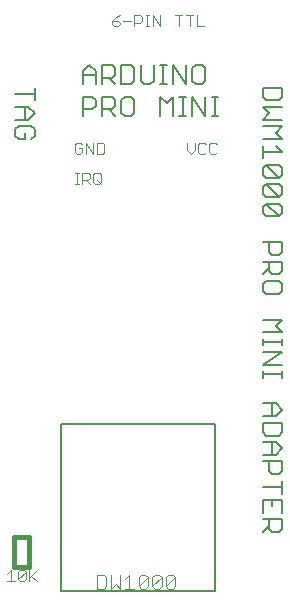
<source format=gto>
G75*
%MOIN*%
%OFA0B0*%
%FSLAX25Y25*%
%IPPOS*%
%LPD*%
%AMOC8*
5,1,8,0,0,1.08239X$1,22.5*
%
%ADD10C,0.01600*%
%ADD11C,0.00600*%
%ADD12C,0.00300*%
%ADD13C,0.00400*%
%ADD14C,0.00500*%
D10*
X0005500Y0011800D02*
X0010500Y0011800D01*
X0010500Y0021800D01*
X0005500Y0021800D01*
X0005500Y0011800D01*
D11*
X0006868Y0154339D02*
X0009003Y0154339D01*
X0009003Y0156474D01*
X0011138Y0158609D02*
X0006868Y0158609D01*
X0005800Y0157541D01*
X0005800Y0155406D01*
X0006868Y0154339D01*
X0005800Y0160784D02*
X0010070Y0160784D01*
X0012205Y0162919D01*
X0010070Y0165055D01*
X0005800Y0165055D01*
X0005800Y0169365D02*
X0012205Y0169365D01*
X0012205Y0171500D02*
X0012205Y0167230D01*
X0009003Y0165055D02*
X0009003Y0160784D01*
X0011138Y0158609D02*
X0012205Y0157541D01*
X0012205Y0155406D01*
X0011138Y0154339D01*
X0028300Y0162100D02*
X0028300Y0168505D01*
X0031503Y0168505D01*
X0032570Y0167438D01*
X0032570Y0165303D01*
X0031503Y0164235D01*
X0028300Y0164235D01*
X0028300Y0172600D02*
X0028300Y0176870D01*
X0030435Y0179005D01*
X0032570Y0176870D01*
X0032570Y0172600D01*
X0034745Y0172600D02*
X0034745Y0179005D01*
X0037948Y0179005D01*
X0039016Y0177938D01*
X0039016Y0175803D01*
X0037948Y0174735D01*
X0034745Y0174735D01*
X0036881Y0174735D02*
X0039016Y0172600D01*
X0041191Y0172600D02*
X0044394Y0172600D01*
X0045461Y0173668D01*
X0045461Y0177938D01*
X0044394Y0179005D01*
X0041191Y0179005D01*
X0041191Y0172600D01*
X0042259Y0168505D02*
X0041191Y0167438D01*
X0041191Y0163168D01*
X0042259Y0162100D01*
X0044394Y0162100D01*
X0045461Y0163168D01*
X0045461Y0167438D01*
X0044394Y0168505D01*
X0042259Y0168505D01*
X0039016Y0167438D02*
X0039016Y0165303D01*
X0037948Y0164235D01*
X0034745Y0164235D01*
X0034745Y0162100D02*
X0034745Y0168505D01*
X0037948Y0168505D01*
X0039016Y0167438D01*
X0036881Y0164235D02*
X0039016Y0162100D01*
X0032570Y0175803D02*
X0028300Y0175803D01*
X0047636Y0173668D02*
X0048704Y0172600D01*
X0050839Y0172600D01*
X0051907Y0173668D01*
X0051907Y0179005D01*
X0054082Y0179005D02*
X0056217Y0179005D01*
X0055150Y0179005D02*
X0055150Y0172600D01*
X0056217Y0172600D02*
X0054082Y0172600D01*
X0054082Y0168505D02*
X0056217Y0166370D01*
X0058352Y0168505D01*
X0058352Y0162100D01*
X0060527Y0162100D02*
X0062663Y0162100D01*
X0061595Y0162100D02*
X0061595Y0168505D01*
X0060527Y0168505D02*
X0062663Y0168505D01*
X0064824Y0168505D02*
X0069095Y0162100D01*
X0069095Y0168505D01*
X0071270Y0168505D02*
X0073405Y0168505D01*
X0072338Y0168505D02*
X0072338Y0162100D01*
X0073405Y0162100D02*
X0071270Y0162100D01*
X0068027Y0172600D02*
X0065892Y0172600D01*
X0064824Y0173668D01*
X0064824Y0177938D01*
X0065892Y0179005D01*
X0068027Y0179005D01*
X0069095Y0177938D01*
X0069095Y0173668D01*
X0068027Y0172600D01*
X0064824Y0168505D02*
X0064824Y0162100D01*
X0062649Y0172600D02*
X0062649Y0179005D01*
X0058379Y0179005D02*
X0062649Y0172600D01*
X0058379Y0172600D02*
X0058379Y0179005D01*
X0054082Y0168505D02*
X0054082Y0162100D01*
X0047636Y0173668D02*
X0047636Y0179005D01*
X0088300Y0171500D02*
X0088300Y0168297D01*
X0089368Y0167230D01*
X0093638Y0167230D01*
X0094705Y0168297D01*
X0094705Y0171500D01*
X0088300Y0171500D01*
X0088300Y0165055D02*
X0090435Y0162919D01*
X0088300Y0160784D01*
X0094705Y0160784D01*
X0094705Y0158609D02*
X0092570Y0156474D01*
X0094705Y0154339D01*
X0088300Y0154339D01*
X0088300Y0152164D02*
X0088300Y0147893D01*
X0088300Y0150028D02*
X0094705Y0150028D01*
X0092570Y0152164D01*
X0093638Y0145718D02*
X0089368Y0145718D01*
X0093638Y0141448D01*
X0089368Y0141448D01*
X0088300Y0142515D01*
X0088300Y0144650D01*
X0089368Y0145718D01*
X0089368Y0139273D02*
X0093638Y0135002D01*
X0089368Y0135002D01*
X0088300Y0136070D01*
X0088300Y0138205D01*
X0089368Y0139273D01*
X0093638Y0139273D01*
X0094705Y0138205D01*
X0094705Y0136070D01*
X0093638Y0135002D01*
X0093638Y0132827D02*
X0094705Y0131759D01*
X0094705Y0129624D01*
X0093638Y0128557D01*
X0089368Y0132827D01*
X0088300Y0131759D01*
X0088300Y0129624D01*
X0089368Y0128557D01*
X0093638Y0128557D01*
X0093638Y0132827D02*
X0089368Y0132827D01*
X0093638Y0141448D02*
X0094705Y0142515D01*
X0094705Y0144650D01*
X0093638Y0145718D01*
X0094705Y0158609D02*
X0088300Y0158609D01*
X0088300Y0165055D02*
X0094705Y0165055D01*
X0094705Y0119936D02*
X0088300Y0119936D01*
X0090435Y0119936D02*
X0090435Y0116733D01*
X0091503Y0115666D01*
X0093638Y0115666D01*
X0094705Y0116733D01*
X0094705Y0119936D01*
X0094705Y0113491D02*
X0094705Y0110288D01*
X0093638Y0109220D01*
X0091503Y0109220D01*
X0090435Y0110288D01*
X0090435Y0113491D01*
X0090435Y0111355D02*
X0088300Y0109220D01*
X0089368Y0107045D02*
X0088300Y0105977D01*
X0088300Y0103842D01*
X0089368Y0102775D01*
X0093638Y0102775D01*
X0094705Y0103842D01*
X0094705Y0105977D01*
X0093638Y0107045D01*
X0089368Y0107045D01*
X0088300Y0113491D02*
X0094705Y0113491D01*
X0094705Y0094154D02*
X0088300Y0094154D01*
X0088300Y0089884D02*
X0094705Y0089884D01*
X0092570Y0092019D01*
X0094705Y0094154D01*
X0094705Y0087709D02*
X0094705Y0085573D01*
X0094705Y0086641D02*
X0088300Y0086641D01*
X0088300Y0087709D02*
X0088300Y0085573D01*
X0088300Y0083412D02*
X0094705Y0083412D01*
X0088300Y0079141D01*
X0094705Y0079141D01*
X0094705Y0076966D02*
X0094705Y0074831D01*
X0094705Y0075898D02*
X0088300Y0075898D01*
X0088300Y0074831D02*
X0088300Y0076966D01*
X0088300Y0066224D02*
X0092570Y0066224D01*
X0094705Y0064088D01*
X0092570Y0061953D01*
X0088300Y0061953D01*
X0088300Y0059778D02*
X0088300Y0056575D01*
X0089368Y0055508D01*
X0093638Y0055508D01*
X0094705Y0056575D01*
X0094705Y0059778D01*
X0088300Y0059778D01*
X0091503Y0061953D02*
X0091503Y0066224D01*
X0091503Y0053333D02*
X0091503Y0049062D01*
X0092570Y0049062D02*
X0088300Y0049062D01*
X0088300Y0046887D02*
X0094705Y0046887D01*
X0094705Y0043684D01*
X0093638Y0042617D01*
X0091503Y0042617D01*
X0090435Y0043684D01*
X0090435Y0046887D01*
X0092570Y0049062D02*
X0094705Y0051197D01*
X0092570Y0053333D01*
X0088300Y0053333D01*
X0094705Y0040442D02*
X0094705Y0036171D01*
X0094705Y0038306D02*
X0088300Y0038306D01*
X0088300Y0033996D02*
X0088300Y0029726D01*
X0088300Y0027551D02*
X0094705Y0027551D01*
X0094705Y0024348D01*
X0093638Y0023280D01*
X0091503Y0023280D01*
X0090435Y0024348D01*
X0090435Y0027551D01*
X0090435Y0025415D02*
X0088300Y0023280D01*
X0091503Y0031861D02*
X0091503Y0033996D01*
X0094705Y0033996D02*
X0094705Y0029726D01*
X0094705Y0033996D02*
X0088300Y0033996D01*
D12*
X0005619Y0006950D02*
X0003150Y0006950D01*
X0004384Y0006950D02*
X0004384Y0010653D01*
X0003150Y0009419D01*
X0006833Y0010036D02*
X0006833Y0007567D01*
X0009302Y0010036D01*
X0009302Y0007567D01*
X0008685Y0006950D01*
X0007450Y0006950D01*
X0006833Y0007567D01*
X0006833Y0010036D02*
X0007450Y0010653D01*
X0008685Y0010653D01*
X0009302Y0010036D01*
X0010516Y0010653D02*
X0010516Y0006950D01*
X0010516Y0008184D02*
X0012985Y0010653D01*
X0011133Y0008802D02*
X0012985Y0006950D01*
X0025650Y0139450D02*
X0026884Y0139450D01*
X0026267Y0139450D02*
X0026267Y0143153D01*
X0025650Y0143153D02*
X0026884Y0143153D01*
X0028105Y0143153D02*
X0028105Y0139450D01*
X0028105Y0140684D02*
X0029957Y0140684D01*
X0030574Y0141302D01*
X0030574Y0142536D01*
X0029957Y0143153D01*
X0028105Y0143153D01*
X0029340Y0140684D02*
X0030574Y0139450D01*
X0031789Y0140067D02*
X0032406Y0139450D01*
X0033640Y0139450D01*
X0034257Y0140067D01*
X0034257Y0142536D01*
X0033640Y0143153D01*
X0032406Y0143153D01*
X0031789Y0142536D01*
X0031789Y0140067D01*
X0033023Y0140684D02*
X0034257Y0139450D01*
X0034868Y0149450D02*
X0033016Y0149450D01*
X0033016Y0153153D01*
X0034868Y0153153D01*
X0035485Y0152536D01*
X0035485Y0150067D01*
X0034868Y0149450D01*
X0031802Y0149450D02*
X0031802Y0153153D01*
X0029333Y0153153D02*
X0029333Y0149450D01*
X0028119Y0150067D02*
X0028119Y0151302D01*
X0026884Y0151302D01*
X0025650Y0152536D02*
X0025650Y0150067D01*
X0026267Y0149450D01*
X0027502Y0149450D01*
X0028119Y0150067D01*
X0028119Y0152536D02*
X0027502Y0153153D01*
X0026267Y0153153D01*
X0025650Y0152536D01*
X0029333Y0153153D02*
X0031802Y0149450D01*
X0038767Y0191950D02*
X0040002Y0191950D01*
X0040619Y0192567D01*
X0040619Y0193184D01*
X0040002Y0193802D01*
X0038150Y0193802D01*
X0038150Y0192567D01*
X0038767Y0191950D01*
X0038150Y0193802D02*
X0039384Y0195036D01*
X0040619Y0195653D01*
X0041833Y0193802D02*
X0044302Y0193802D01*
X0045516Y0193184D02*
X0047368Y0193184D01*
X0047985Y0193802D01*
X0047985Y0195036D01*
X0047368Y0195653D01*
X0045516Y0195653D01*
X0045516Y0191950D01*
X0049199Y0191950D02*
X0050434Y0191950D01*
X0049817Y0191950D02*
X0049817Y0195653D01*
X0050434Y0195653D02*
X0049199Y0195653D01*
X0051655Y0195653D02*
X0051655Y0191950D01*
X0054124Y0191950D02*
X0051655Y0195653D01*
X0054124Y0195653D02*
X0054124Y0191950D01*
X0059021Y0195653D02*
X0061490Y0195653D01*
X0062704Y0195653D02*
X0065173Y0195653D01*
X0066387Y0195653D02*
X0066387Y0191950D01*
X0068856Y0191950D01*
X0063939Y0191950D02*
X0063939Y0195653D01*
X0060256Y0195653D02*
X0060256Y0191950D01*
X0063150Y0153153D02*
X0063150Y0150684D01*
X0064384Y0149450D01*
X0065619Y0150684D01*
X0065619Y0153153D01*
X0066833Y0152536D02*
X0066833Y0150067D01*
X0067450Y0149450D01*
X0068685Y0149450D01*
X0069302Y0150067D01*
X0070516Y0150067D02*
X0070516Y0152536D01*
X0071133Y0153153D01*
X0072368Y0153153D01*
X0072985Y0152536D01*
X0072985Y0150067D02*
X0072368Y0149450D01*
X0071133Y0149450D01*
X0070516Y0150067D01*
X0069302Y0152536D02*
X0068685Y0153153D01*
X0067450Y0153153D01*
X0066833Y0152536D01*
D13*
X0058398Y0009104D02*
X0056863Y0009104D01*
X0056096Y0008337D01*
X0056096Y0005267D01*
X0059165Y0008337D01*
X0059165Y0005267D01*
X0058398Y0004500D01*
X0056863Y0004500D01*
X0056096Y0005267D01*
X0054561Y0005267D02*
X0054561Y0008337D01*
X0051492Y0005267D01*
X0052259Y0004500D01*
X0053794Y0004500D01*
X0054561Y0005267D01*
X0054561Y0008337D02*
X0053794Y0009104D01*
X0052259Y0009104D01*
X0051492Y0008337D01*
X0051492Y0005267D01*
X0049957Y0005267D02*
X0049190Y0004500D01*
X0047655Y0004500D01*
X0046888Y0005267D01*
X0049957Y0008337D01*
X0049957Y0005267D01*
X0049957Y0008337D02*
X0049190Y0009104D01*
X0047655Y0009104D01*
X0046888Y0008337D01*
X0046888Y0005267D01*
X0045354Y0004500D02*
X0042284Y0004500D01*
X0043819Y0004500D02*
X0043819Y0009104D01*
X0042284Y0007569D01*
X0040750Y0009104D02*
X0040750Y0004500D01*
X0039215Y0006035D01*
X0037680Y0004500D01*
X0037680Y0009104D01*
X0036146Y0008337D02*
X0035378Y0009104D01*
X0033076Y0009104D01*
X0033076Y0004500D01*
X0035378Y0004500D01*
X0036146Y0005267D01*
X0036146Y0008337D01*
X0058398Y0009104D02*
X0059165Y0008337D01*
D14*
X0072311Y0003749D02*
X0021130Y0003749D01*
X0021130Y0059300D01*
X0072311Y0059300D01*
X0072311Y0003749D01*
M02*

</source>
